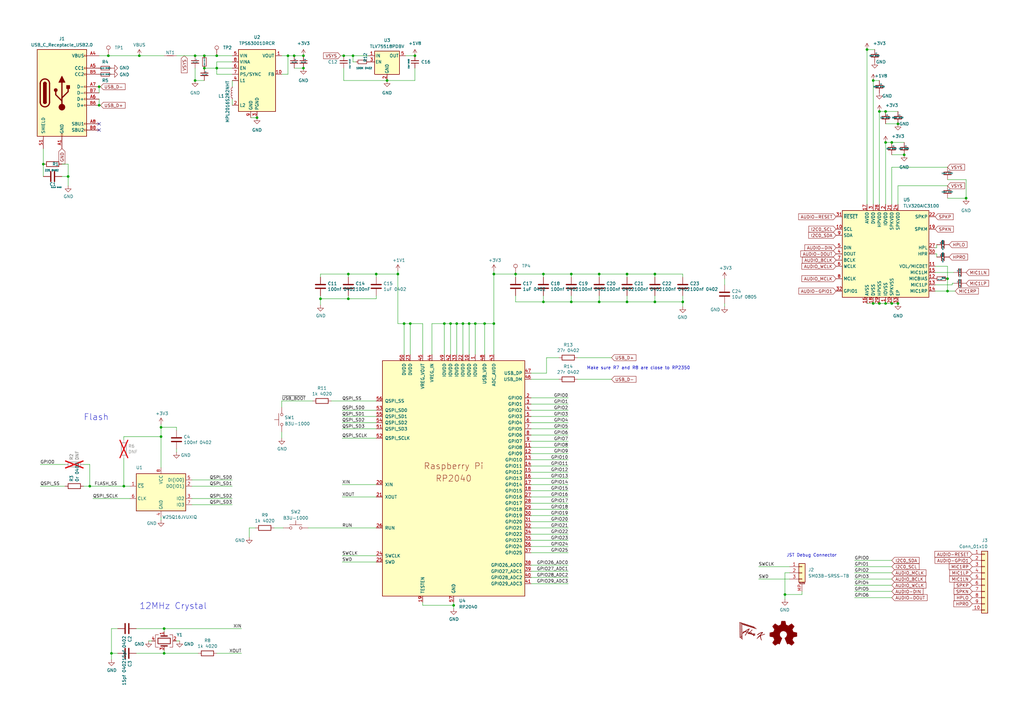
<source format=kicad_sch>
(kicad_sch (version 20231120) (generator "eeschema") (generator_version "8.0")
  (paper "A3")
  (title_block (title "EnvOpenPico") (date "2020-12-18") (company "Envious.Design"))
  (junction (at 358.14 33.02))
  (junction (at 257.175 123.825))
  (junction (at 187.325 132.715))
  (junction (at 245.745 112.395))
  (junction (at 234.315 123.825))
  (junction (at 124.46 27.94))
  (junction (at 170.18 22.86))
  (junction (at 154.305 112.395))
  (junction (at 365.76 124.46))
  (junction (at 370.84 63.5))
  (junction (at 144.78 22.86))
  (junction (at 396.24 81.28))
  (junction (at 44.45 22.86))
  (junction (at 245.745 123.825))
  (junction (at 80.01 33.02))
  (junction (at 184.785 132.715))
  (junction (at 222.885 112.395))
  (junction (at 67.31 267.97))
  (junction (at 27.94 72.39))
  (junction (at 165.735 132.715))
  (junction (at 202.565 112.395))
  (junction (at 363.22 124.46))
  (junction (at 40.64 35.56))
  (junction (at 45.72 267.97))
  (junction (at 368.3 124.46))
  (junction (at 80.01 22.86))
  (junction (at 40.64 43.18))
  (junction (at 124.46 22.86))
  (junction (at 158.75 33.02))
  (junction (at 363.22 58.42))
  (junction (at 365.76 58.42))
  (junction (at 88.9 22.86))
  (junction (at 189.865 132.715))
  (junction (at 66.04 179.07))
  (junction (at 131.445 122.555))
  (junction (at 67.31 257.81))
  (junction (at 358.14 124.46))
  (junction (at 57.15 22.86))
  (junction (at 186.055 248.285))
  (junction (at 368.3 50.8))
  (junction (at 280.035 123.825))
  (junction (at 168.275 132.715))
  (junction (at 257.175 112.395))
  (junction (at 163.195 112.395))
  (junction (at 355.6 20.32))
  (junction (at 142.875 122.555))
  (junction (at 120.65 22.86))
  (junction (at 234.315 112.395))
  (junction (at 140.97 22.86))
  (junction (at 192.405 132.715))
  (junction (at 83.82 22.86))
  (junction (at 105.41 48.26))
  (junction (at 83.82 27.94))
  (junction (at 182.245 132.715))
  (junction (at 388.62 114.3))
  (junction (at 88.9 27.94))
  (junction (at 268.605 123.825))
  (junction (at 268.605 112.395))
  (junction (at 222.885 123.825))
  (junction (at 388.62 119.38))
  (junction (at 321.945 243.84))
  (junction (at 17.78 67.31))
  (junction (at 363.22 45.72))
  (junction (at 50.8 199.39))
  (junction (at 198.755 132.715))
  (junction (at 360.68 45.72))
  (junction (at 202.565 132.715))
  (junction (at 142.875 112.395))
  (junction (at 118.11 22.86))
  (junction (at 360.68 124.46))
  (junction (at 194.945 132.715))
  (junction (at 36.83 199.39))
  (junction (at 211.455 112.395))
  (junction (at 66.04 175.26))
  (no_connect (at 40.64 50.8))
  (no_connect (at 40.64 53.34))
  (wire (pts (xy 245.745 113.665) (xy 245.745 112.395)))
  (wire (pts (xy 217.805 155.575) (xy 229.235 155.575)))
  (wire (pts (xy 184.785 145.415) (xy 184.785 132.715)))
  (wire (pts (xy 44.45 22.86) (xy 57.15 22.86)))
  (wire (pts (xy 388.62 109.22) (xy 388.62 114.3)))
  (wire (pts (xy 383.54 109.22) (xy 388.62 109.22)))
  (wire (pts (xy 66.04 179.07) (xy 66.04 191.77)))
  (wire (pts (xy 217.805 165.735) (xy 233.045 165.735)))
  (wire (pts (xy 115.57 177.165) (xy 115.57 179.705)))
  (wire (pts (xy 234.315 112.395) (xy 245.745 112.395)))
  (wire (pts (xy 268.605 123.825) (xy 280.035 123.825)))
  (wire (pts (xy 211.455 112.395) (xy 222.885 112.395)))
  (wire (pts (xy 78.74 199.39) (xy 95.25 199.39)))
  (wire (pts (xy 396.24 73.66) (xy 396.24 81.28)))
  (wire (pts (xy 105.41 48.26) (xy 102.87 48.26)))
  (wire (pts (xy 126.365 216.535) (xy 154.305 216.535)))
  (wire (pts (xy 16.51 190.5) (xy 26.67 190.5)))
  (wire (pts (xy 222.885 113.665) (xy 222.885 112.395)))
  (wire (pts (xy 142.875 122.555) (xy 154.305 122.555)))
  (wire (pts (xy 140.335 170.815) (xy 154.305 170.815)))
  (wire (pts (xy 198.755 145.415) (xy 198.755 132.715)))
  (wire (pts (xy 224.155 146.685) (xy 229.235 146.685)))
  (wire (pts (xy 350.52 240.03) (xy 365.76 240.03)))
  (wire (pts (xy 217.805 206.375) (xy 233.045 206.375)))
  (wire (pts (xy 217.805 168.275) (xy 233.045 168.275)))
  (wire (pts (xy 88.9 267.97) (xy 99.06 267.97)))
  (wire (pts (xy 115.57 30.48) (xy 118.11 30.48)))
  (wire (pts (xy 140.335 168.275) (xy 154.305 168.275)))
  (wire (pts (xy 217.805 196.215) (xy 233.045 196.215)))
  (wire (pts (xy 165.735 145.415) (xy 165.735 132.715)))
  (wire (pts (xy 257.175 121.285) (xy 257.175 123.825)))
  (wire (pts (xy 365.76 58.42) (xy 370.84 58.42)))
  (wire (pts (xy 388.62 73.66) (xy 396.24 73.66)))
  (wire (pts (xy 72.39 22.86) (xy 80.01 22.86)))
  (wire (pts (xy 144.78 22.86) (xy 151.13 22.86)))
  (wire (pts (xy 131.445 112.395) (xy 142.875 112.395)))
  (wire (pts (xy 168.275 132.715) (xy 168.275 145.415)))
  (wire (pts (xy 257.175 112.395) (xy 268.605 112.395)))
  (wire (pts (xy 217.805 193.675) (xy 233.045 193.675)))
  (wire (pts (xy 140.97 27.94) (xy 140.97 33.02)))
  (wire (pts (xy 198.755 132.715) (xy 202.565 132.715)))
  (wire (pts (xy 368.3 76.2) (xy 368.3 83.82)))
  (wire (pts (xy 360.68 45.72) (xy 363.22 45.72)))
  (wire (pts (xy 66.04 173.99) (xy 66.04 175.26)))
  (wire (pts (xy 311.15 237.49) (xy 323.85 237.49)))
  (wire (pts (xy 194.945 132.715) (xy 194.945 145.415)))
  (wire (pts (xy 50.8 180.34) (xy 50.8 179.07)))
  (wire (pts (xy 217.805 188.595) (xy 233.045 188.595)))
  (wire (pts (xy 358.14 33.02) (xy 360.68 33.02)))
  (wire (pts (xy 72.39 262.89) (xy 73.66 262.89)))
  (wire (pts (xy 83.82 27.94) (xy 88.9 27.94)))
  (wire (pts (xy 217.805 198.755) (xy 233.045 198.755)))
  (wire (pts (xy 217.805 153.035) (xy 224.155 153.035)))
  (wire (pts (xy 140.97 22.86) (xy 144.78 22.86)))
  (wire (pts (xy 350.52 229.87) (xy 365.76 229.87)))
  (wire (pts (xy 384.175 100.33) (xy 384.175 101.6)))
  (wire (pts (xy 67.31 257.81) (xy 99.06 257.81)))
  (wire (pts (xy 140.335 198.755) (xy 154.305 198.755)))
  (wire (pts (xy 112.395 216.535) (xy 116.205 216.535)))
  (wire (pts (xy 388.62 81.28) (xy 396.24 81.28)))
  (wire (pts (xy 234.315 121.285) (xy 234.315 123.825)))
  (wire (pts (xy 182.245 132.715) (xy 184.785 132.715)))
  (wire (pts (xy 280.035 123.825) (xy 280.035 125.73)))
  (wire (pts (xy 67.31 259.08) (xy 67.31 257.81)))
  (wire (pts (xy 202.565 111.125) (xy 202.565 112.395)))
  (wire (pts (xy 72.39 175.26) (xy 66.04 175.26)))
  (wire (pts (xy 323.85 234.95) (xy 321.945 234.95)))
  (wire (pts (xy 102.235 216.535) (xy 102.235 220.345)))
  (wire (pts (xy 140.335 175.895) (xy 154.305 175.895)))
  (wire (pts (xy 217.805 226.695) (xy 233.045 226.695)))
  (wire (pts (xy 245.745 121.285) (xy 245.745 123.825)))
  (wire (pts (xy 245.745 112.395) (xy 257.175 112.395)))
  (wire (pts (xy 358.14 124.46) (xy 360.68 124.46)))
  (wire (pts (xy 163.195 112.395) (xy 163.195 132.715)))
  (wire (pts (xy 186.055 248.285) (xy 186.055 249.555)))
  (wire (pts (xy 57.15 22.86) (xy 67.31 22.86)))
  (wire (pts (xy 165.735 132.715) (xy 168.275 132.715)))
  (wire (pts (xy 88.9 27.94) (xy 88.9 25.4)))
  (wire (pts (xy 328.93 242.57) (xy 328.93 243.84)))
  (wire (pts (xy 217.805 219.075) (xy 233.045 219.075)))
  (wire (pts (xy 211.455 113.665) (xy 211.455 112.395)))
  (wire (pts (xy 140.97 33.02) (xy 158.75 33.02)))
  (wire (pts (xy 120.65 27.94) (xy 124.46 27.94)))
  (wire (pts (xy 360.68 124.46) (xy 363.22 124.46)))
  (wire (pts (xy 27.94 67.31) (xy 27.94 72.39)))
  (wire (pts (xy 154.305 112.395) (xy 163.195 112.395)))
  (wire (pts (xy 128.27 164.465) (xy 115.57 164.465)))
  (wire (pts (xy 166.37 22.86) (xy 170.18 22.86)))
  (wire (pts (xy 40.64 40.64) (xy 40.64 43.18)))
  (wire (pts (xy 194.945 132.715) (xy 198.755 132.715)))
  (wire (pts (xy 355.6 124.46) (xy 358.14 124.46)))
  (wire (pts (xy 34.29 190.5) (xy 36.83 190.5)))
  (wire (pts (xy 45.72 257.81) (xy 45.72 267.97)))
  (wire (pts (xy 280.035 113.665) (xy 280.035 112.395)))
  (wire (pts (xy 118.11 30.48) (xy 118.11 22.86)))
  (wire (pts (xy 217.805 163.195) (xy 233.045 163.195)))
  (wire (pts (xy 217.805 208.915) (xy 233.045 208.915)))
  (wire (pts (xy 222.885 121.285) (xy 222.885 123.825)))
  (wire (pts (xy 217.805 178.435) (xy 233.045 178.435)))
  (wire (pts (xy 36.83 190.5) (xy 36.83 199.39)))
  (wire (pts (xy 358.14 33.02) (xy 358.14 83.82)))
  (wire (pts (xy 80.01 22.86) (xy 83.82 22.86)))
  (wire (pts (xy 217.805 203.835) (xy 233.045 203.835)))
  (wire (pts (xy 384.175 105.41) (xy 384.175 104.14)))
  (wire (pts (xy 142.875 112.395) (xy 154.305 112.395)))
  (wire (pts (xy 360.68 45.72) (xy 360.68 83.82)))
  (wire (pts (xy 217.805 186.055) (xy 233.045 186.055)))
  (wire (pts (xy 192.405 132.715) (xy 194.945 132.715)))
  (wire (pts (xy 217.805 216.535) (xy 233.045 216.535)))
  (wire (pts (xy 170.18 33.02) (xy 158.75 33.02)))
  (wire (pts (xy 391.795 119.38) (xy 388.62 119.38)))
  (wire (pts (xy 66.04 212.09) (xy 66.04 213.36)))
  (wire (pts (xy 154.305 227.965) (xy 140.335 227.965)))
  (wire (pts (xy 390.525 116.84) (xy 383.54 116.84)))
  (wire (pts (xy 350.52 234.95) (xy 365.76 234.95)))
  (wire (pts (xy 173.355 247.015) (xy 173.355 248.285)))
  (wire (pts (xy 236.855 155.575) (xy 250.825 155.575)))
  (wire (pts (xy 186.055 247.015) (xy 186.055 248.285)))
  (wire (pts (xy 66.04 175.26) (xy 66.04 179.07)))
  (wire (pts (xy 187.325 132.715) (xy 189.865 132.715)))
  (wire (pts (xy 72.39 176.53) (xy 72.39 175.26)))
  (wire (pts (xy 268.605 123.825) (xy 257.175 123.825)))
  (wire (pts (xy 363.22 58.42) (xy 363.22 83.82)))
  (wire (pts (xy 234.315 113.665) (xy 234.315 112.395)))
  (wire (pts (xy 154.305 164.465) (xy 135.89 164.465)))
  (wire (pts (xy 268.605 112.395) (xy 280.035 112.395)))
  (wire (pts (xy 88.9 25.4) (xy 95.25 25.4)))
  (wire (pts (xy 154.305 122.555) (xy 154.305 121.285)))
  (wire (pts (xy 80.01 33.02) (xy 80.01 27.94)))
  (wire (pts (xy 55.88 257.81) (xy 67.31 257.81)))
  (wire (pts (xy 60.96 262.89) (xy 62.23 262.89)))
  (wire (pts (xy 131.445 122.555) (xy 131.445 125.095)))
  (wire (pts (xy 321.945 243.84) (xy 321.945 245.745)))
  (wire (pts (xy 48.26 257.81) (xy 45.72 257.81)))
  (wire (pts (xy 48.26 267.97) (xy 45.72 267.97)))
  (wire (pts (xy 217.805 239.395) (xy 233.045 239.395)))
  (wire (pts (xy 257.175 113.665) (xy 257.175 112.395)))
  (wire (pts (xy 154.305 113.665) (xy 154.305 112.395)))
  (wire (pts (xy 350.52 242.57) (xy 365.76 242.57)))
  (wire (pts (xy 187.325 145.415) (xy 187.325 132.715)))
  (wire (pts (xy 173.355 132.715) (xy 168.275 132.715)))
  (wire (pts (xy 40.64 22.86) (xy 44.45 22.86)))
  (wire (pts (xy 355.6 20.32) (xy 355.6 83.82)))
  (wire (pts (xy 365.76 68.58) (xy 388.62 68.58)))
  (wire (pts (xy 16.51 199.39) (xy 26.67 199.39)))
  (wire (pts (xy 217.805 180.975) (xy 233.045 180.975)))
  (wire (pts (xy 131.445 121.285) (xy 131.445 122.555)))
  (wire (pts (xy 222.885 112.395) (xy 234.315 112.395)))
  (wire (pts (xy 88.9 22.86) (xy 95.25 22.86)))
  (wire (pts (xy 365.76 63.5) (xy 370.84 63.5)))
  (wire (pts (xy 154.305 230.505) (xy 140.335 230.505)))
  (wire (pts (xy 120.65 22.86) (xy 124.46 22.86)))
  (wire (pts (xy 17.78 67.31) (xy 17.78 72.39)))
  (wire (pts (xy 217.805 175.895) (xy 233.045 175.895)))
  (wire (pts (xy 88.9 27.94) (xy 88.9 30.48)))
  (wire (pts (xy 355.6 20.32) (xy 358.775 20.32)))
  (wire (pts (xy 217.805 234.315) (xy 233.045 234.315)))
  (wire (pts (xy 268.605 113.665) (xy 268.605 112.395)))
  (wire (pts (xy 383.54 111.76) (xy 391.16 111.76)))
  (wire (pts (xy 177.165 145.415) (xy 177.165 132.715)))
  (wire (pts (xy 202.565 132.715) (xy 202.565 145.415)))
  (wire (pts (xy 245.745 123.825) (xy 234.315 123.825)))
  (wire (pts (xy 363.22 45.72) (xy 368.3 45.72)))
  (wire (pts (xy 131.445 113.665) (xy 131.445 112.395)))
  (wire (pts (xy 224.155 146.685) (xy 224.155 153.035)))
  (wire (pts (xy 217.805 170.815) (xy 233.045 170.815)))
  (wire (pts (xy 118.11 22.86) (xy 115.57 22.86)))
  (wire (pts (xy 363.22 58.42) (xy 365.76 58.42)))
  (wire (pts (xy 222.885 123.825) (xy 211.455 123.825)))
  (wire (pts (xy 365.76 68.58) (xy 365.76 83.82)))
  (wire (pts (xy 234.315 123.825) (xy 222.885 123.825)))
  (wire (pts (xy 368.3 76.2) (xy 388.62 76.2)))
  (wire (pts (xy 384.175 101.6) (xy 383.54 101.6)))
  (wire (pts (xy 78.74 204.47) (xy 95.25 204.47)))
  (wire (pts (xy 390.525 116.205) (xy 391.16 116.205)))
  (wire (pts (xy 78.74 196.85) (xy 95.25 196.85)))
  (wire (pts (xy 363.22 50.8) (xy 368.3 50.8)))
  (wire (pts (xy 163.195 111.125) (xy 163.195 112.395)))
  (wire (pts (xy 55.88 267.97) (xy 67.31 267.97)))
  (wire (pts (xy 268.605 121.285) (xy 268.605 123.825)))
  (wire (pts (xy 192.405 145.415) (xy 192.405 132.715)))
  (wire (pts (xy 217.805 221.615) (xy 233.045 221.615)))
  (wire (pts (xy 189.865 145.415) (xy 189.865 132.715)))
  (wire (pts (xy 173.355 248.285) (xy 186.055 248.285)))
  (wire (pts (xy 25.4 67.31) (xy 27.94 67.31)))
  (wire (pts (xy 139.7 22.86) (xy 140.97 22.86)))
  (wire (pts (xy 217.805 213.995) (xy 233.045 213.995)))
  (wire (pts (xy 217.805 201.295) (xy 233.045 201.295)))
  (wire (pts (xy 88.9 27.94) (xy 95.25 27.94)))
  (wire (pts (xy 211.455 121.285) (xy 211.455 123.825)))
  (wire (pts (xy 388.62 114.3) (xy 388.62 119.38)))
  (wire (pts (xy 365.76 124.46) (xy 363.22 124.46)))
  (wire (pts (xy 72.39 184.15) (xy 72.39 185.42)))
  (wire (pts (xy 177.165 132.715) (xy 182.245 132.715)))
  (wire (pts (xy 311.15 232.41) (xy 323.85 232.41)))
  (wire (pts (xy 50.8 199.39) (xy 53.34 199.39)))
  (wire (pts (xy 40.64 43.18) (xy 41.275 43.18)))
  (wire (pts (xy 182.245 145.415) (xy 182.245 132.715)))
  (wire (pts (xy 280.035 121.285) (xy 280.035 123.825)))
  (wire (pts (xy 67.31 266.7) (xy 67.31 267.97)))
  (wire (pts (xy 217.805 173.355) (xy 233.045 173.355)))
  (wire (pts (xy 67.31 267.97) (xy 81.28 267.97)))
  (wire (pts (xy 350.52 245.11) (xy 365.76 245.11)))
  (wire (pts (xy 165.735 132.715) (xy 163.195 132.715)))
  (wire (pts (xy 80.01 33.02) (xy 83.82 33.02)))
  (wire (pts (xy 118.11 22.86) (xy 120.65 22.86)))
  (wire (pts (xy 368.3 124.46) (xy 365.76 124.46)))
  (wire (pts (xy 146.05 25.4) (xy 144.78 25.4)))
  (wire (pts (xy 17.78 67.31) (xy 17.78 60.96)))
  (wire (pts (xy 45.72 267.97) (xy 45.72 270.51)))
  (wire (pts (xy 297.18 124.46) (xy 297.18 125.73)))
  (wire (pts (xy 350.52 232.41) (xy 365.76 232.41)))
  (wire (pts (xy 217.805 183.515) (xy 233.045 183.515)))
  (wire (pts (xy 170.18 27.94) (xy 170.18 33.02)))
  (wire (pts (xy 390.525 116.205) (xy 390.525 116.84)))
  (wire (pts (xy 50.8 187.96) (xy 50.8 199.39)))
  (wire (pts (xy 217.805 191.135) (xy 233.045 191.135)))
  (wire (pts (xy 257.175 123.825) (xy 245.745 123.825)))
  (wire (pts (xy 115.57 164.465) (xy 115.57 167.005)))
  (wire (pts (xy 50.8 179.07) (xy 66.04 179.07)))
  (wire (pts (xy 321.945 243.84) (xy 328.93 243.84)))
  (wire (pts (xy 34.29 199.39) (xy 36.83 199.39)))
  (wire (pts (xy 217.805 211.455) (xy 233.045 211.455)))
  (wire (pts (xy 154.305 203.835) (xy 140.335 203.835)))
  (wire (pts (xy 95.25 40.64) (xy 95.25 43.18)))
  (wire (pts (xy 217.805 236.855) (xy 233.045 236.855)))
  (wire (pts (xy 189.865 132.715) (xy 192.405 132.715)))
  (wire (pts (xy 144.78 25.4) (xy 144.78 22.86)))
  (wire (pts (xy 297.18 114.3) (xy 297.18 116.84)))
  (wire (pts (xy 202.565 112.395) (xy 202.565 132.715)))
  (wire (pts (xy 388.62 119.38) (xy 383.54 119.38)))
  (wire (pts (xy 40.64 35.56) (xy 41.275 35.56)))
  (wire (pts (xy 321.945 234.95) (xy 321.945 243.84)))
  (wire (pts (xy 217.805 224.155) (xy 233.045 224.155)))
  (wire (pts (xy 184.785 132.715) (xy 187.325 132.715)))
  (wire (pts (xy 104.775 216.535) (xy 102.235 216.535)))
  (wire (pts (xy 154.305 179.705) (xy 140.335 179.705)))
  (wire (pts (xy 202.565 112.395) (xy 211.455 112.395)))
  (wire (pts (xy 95.25 33.02) (xy 95.25 35.56)))
  (wire (pts (xy 173.355 145.415) (xy 173.355 132.715)))
  (wire (pts (xy 38.1 204.47) (xy 53.34 204.47)))
  (wire (pts (xy 142.875 113.665) (xy 142.875 112.395)))
  (wire (pts (xy 78.74 207.01) (xy 95.25 207.01)))
  (wire (pts (xy 140.335 173.355) (xy 154.305 173.355)))
  (wire (pts (xy 27.94 72.39) (xy 27.94 76.2)))
  (wire (pts (xy 236.855 146.685) (xy 250.825 146.685)))
  (wire (pts (xy 142.875 121.285) (xy 142.875 122.555)))
  (wire (pts (xy 40.64 35.56) (xy 40.64 38.1)))
  (wire (pts (xy 95.25 30.48) (xy 88.9 30.48)))
  (wire (pts (xy 217.805 231.775) (xy 233.045 231.775)))
  (wire (pts (xy 83.82 22.86) (xy 88.9 22.86)))
  (wire (pts (xy 131.445 122.555) (xy 142.875 122.555)))
  (wire (pts (xy 350.52 237.49) (xy 365.76 237.49)))
  (wire (pts (xy 384.175 104.14) (xy 383.54 104.14)))
  (wire (pts (xy 36.83 199.39) (xy 50.8 199.39)))
  (wire (pts (xy 25.4 72.39) (xy 27.94 72.39)))
  (text_box "Could use TLV320AIC3100  instead of PCM3060 if needed, it is much lower power and much newer than the pcm3060.\n" (at 459.74 191.135 0) (size 30.48 16.51) (effects (font (size 1.27 1.27)) (justify left top)))
  (text_box "For the audio IC it says it needs power startup sqequence in the datasheet but im not sure how important this is." (at 459.74 210.82 0) (size 30.48 32.385) (effects (font (size 1.27 1.27)) (justify left top)))
  (text_box "unsure if its worth implementing ANC in the first version of this device but we'll see." (at 459.74 170.18 0) (size 30.48 12.7) (effects (font (size 1.27 1.27)) (justify left top)))
  (text "AS3435 " (at 459.74 170.18 0) (effects (font (size 5 5)) (justify left bottom)))
  (text "Make sure R7 and R8 are close to RP2350\n" (at 240.665 151.765 0) (effects (font (size 1.27 1.27)) (justify left bottom)))
  (text "JST Debug Connector" (at 322.58 228.6 0) (effects (font (size 1.27 1.27)) (justify left bottom)))
  (text "TLV320AIC3100 " (at 459.74 190.5 0) (effects (font (size 5 5)) (justify left bottom)))
  (text "12MHz Crystal" (at 57.15 250.19 0) (effects (font (size 2.54 2.54)) (justify left bottom)))
  (text "Flash" (at 34.29 172.72 0) (effects (font (size 2.54 2.54)) (justify left bottom)))
  (label "~{USB_BOOT}" (at 115.57 164.465 0))
  (label "GPIO22" (at 233.045 219.075 180))
  (label "GPIO28_ADC2" (at 233.045 236.855 180))
  (label "QSPI_SD2" (at 140.335 173.355 0))
  (label "GPIO7" (at 233.045 180.975 180))
  (label "FLASH_SS" (at 38.735 199.39 0))
  (label "GPIO29_ADC3" (at 233.045 239.395 180))
  (label "RUN" (at 140.335 216.535 0))
  (label "GPIO5" (at 233.045 175.895 180))
  (label "GPIO0" (at 350.52 229.87 0))
  (label "QSPI_SS" (at 16.51 199.39 0))
  (label "XIN" (at 140.335 198.755 0))
  (label "GPIO0" (at 16.51 190.5 0))
  (label "GPIO6" (at 350.52 245.11 0))
  (label "GPIO3" (at 233.045 170.815 180))
  (label "GPIO17" (at 233.045 206.375 180))
  (label "GPIO18" (at 233.045 208.915 180))
  (label "GPIO10" (at 233.045 188.595 180))
  (label "GPIO25" (at 233.045 226.695 180))
  (label "GPIO2" (at 233.045 168.275 180))
  (label "QSPI_SD1" (at 95.25 199.39 180))
  (label "QSPI_SD0" (at 95.25 196.85 180))
  (label "XOUT" (at 99.06 267.97 180))
  (label "QSPI_SD1" (at 140.335 170.815 0))
  (label "GPIO24" (at 233.045 224.155 180))
  (label "SWD" (at 140.335 230.505 0))
  (label "GPIO26_ADC0" (at 233.045 231.775 180))
  (label "GPIO1" (at 350.52 232.41 0))
  (label "GPIO21" (at 233.045 216.535 180))
  (label "GPIO9" (at 233.045 186.055 180))
  (label "GPIO2" (at 350.52 234.95 0))
  (label "QSPI_SD3" (at 95.25 207.01 180))
  (label "QSPI_SCLK" (at 140.335 179.705 0))
  (label "SWD" (at 311.15 237.49 0))
  (label "GPIO1" (at 233.045 165.735 180))
  (label "GPIO16" (at 233.045 203.835 180))
  (label "XOUT" (at 140.335 203.835 0))
  (label "GPIO0" (at 233.045 163.195 180))
  (label "SWCLK" (at 140.335 227.965 0))
  (label "GPIO4" (at 233.045 173.355 180))
  (label "GPIO27_ADC1" (at 233.045 234.315 180))
  (label "GPIO19" (at 233.045 211.455 180))
  (label "GPIO6" (at 233.045 178.435 180))
  (label "XIN" (at 99.06 257.81 180))
  (label "GPIO11" (at 233.045 191.135 180))
  (label "SWCLK" (at 311.15 232.41 0))
  (label "GPIO8" (at 233.045 183.515 180))
  (label "GPIO3" (at 350.52 237.49 0))
  (label "GPIO23" (at 233.045 221.615 180))
  (label "QSPI_SD0" (at 140.335 168.275 0))
  (label "QSPI_SCLK" (at 38.1 204.47 0))
  (label "GPIO15" (at 233.045 201.295 180))
  (label "QSPI_SD2" (at 95.25 204.47 180))
  (label "QSPI_SS" (at 140.335 164.465 0))
  (label "GPIO4" (at 350.52 240.03 0))
  (label "GPIO14" (at 233.045 198.755 180))
  (label "GPIO5" (at 350.52 242.57 0))
  (label "GPIO12" (at 233.045 193.675 180))
  (label "GPIO13" (at 233.045 196.215 180))
  (label "QSPI_SD3" (at 140.335 175.895 0))
  (label "GPIO20" (at 233.045 213.995 180))
  (global_label "AUDIO-RESET" (shape input) (at 398.78 227.33 180) (property "Intersheetrefs" "${INTERSHEET_REFS}" (effects (hide yes))))
  (global_label "USB_D-" (shape input) (at 41.275 35.56 0) (property "Intersheetrefs" "${INTERSHEET_REFS}" (effects (hide yes))))
  (global_label "SPKP" (shape input) (at 383.54 88.9 0) (property "Intersheetrefs" "${INTERSHEET_REFS}" (effects (hide yes))))
  (global_label "SPKN" (shape input) (at 383.54 93.98 0) (property "Intersheetrefs" "${INTERSHEET_REFS}" (effects (hide yes))))
  (global_label "VSYS" (shape input) (at 139.7 22.86 180) (property "Intersheetrefs" "${INTERSHEET_REFS}" (effects (hide yes))))
  (global_label "HPRO" (shape input) (at 389.255 105.41 0) (property "Intersheetrefs" "${INTERSHEET_REFS}" (effects (hide yes))))
  (global_label "AUDIO-GPIO1" (shape input) (at 342.9 119.38 180) (property "Intersheetrefs" "${INTERSHEET_REFS}" (effects (hide yes))))
  (global_label "AUDIO-DOUT" (shape input) (at 365.76 245.11 0) (property "Intersheetrefs" "${INTERSHEET_REFS}" (effects (hide yes))))
  (global_label "AUDIO_BCLK" (shape input) (at 365.76 237.49 0) (property "Intersheetrefs" "${INTERSHEET_REFS}" (effects (hide yes))))
  (global_label "AUDIO_MCLK" (shape input) (at 342.9 114.3 180) (property "Intersheetrefs" "${INTERSHEET_REFS}" (effects (hide yes))))
  (global_label "MIC1LP" (shape input) (at 396.24 116.205 0) (property "Intersheetrefs" "${INTERSHEET_REFS}" (effects (hide yes))))
  (global_label "MIC1RP" (shape input) (at 391.795 119.38 0) (property "Intersheetrefs" "${INTERSHEET_REFS}" (effects (hide yes))))
  (global_label "I2C0_SCL" (shape input) (at 365.76 232.41 0) (property "Intersheetrefs" "${INTERSHEET_REFS}" (effects (hide yes))))
  (global_label "AUDIO-RESET" (shape input) (at 342.9 88.9 180) (property "Intersheetrefs" "${INTERSHEET_REFS}" (effects (hide yes))))
  (global_label "I2C0_SCL" (shape input) (at 342.9 93.98 180) (property "Intersheetrefs" "${INTERSHEET_REFS}" (effects (hide yes))))
  (global_label "AUDIO_WCLK" (shape input) (at 365.76 240.03 0) (property "Intersheetrefs" "${INTERSHEET_REFS}" (effects (hide yes))))
  (global_label "MIC1LN" (shape input) (at 398.78 237.49 180) (property "Intersheetrefs" "${INTERSHEET_REFS}" (effects (hide yes))))
  (global_label "USB_D-" (shape input) (at 250.825 155.575 0) (property "Intersheetrefs" "${INTERSHEET_REFS}" (effects (hide yes))))
  (global_label "GND" (shape input) (at 25.4 60.96 270) (property "Intersheetrefs" "${INTERSHEET_REFS}" (effects (hide yes))))
  (global_label "MIC1RP" (shape input) (at 398.78 232.41 180) (property "Intersheetrefs" "${INTERSHEET_REFS}" (effects (hide yes))))
  (global_label "MIC1LP" (shape input) (at 398.78 234.95 180) (property "Intersheetrefs" "${INTERSHEET_REFS}" (effects (hide yes))))
  (global_label "I2C0_SDA" (shape input) (at 342.9 96.52 180) (property "Intersheetrefs" "${INTERSHEET_REFS}" (effects (hide yes))))
  (global_label "I2C0_SDA" (shape input) (at 365.76 229.87 0) (property "Intersheetrefs" "${INTERSHEET_REFS}" (effects (hide yes))))
  (global_label "HPLO" (shape input) (at 389.255 100.33 0) (property "Intersheetrefs" "${INTERSHEET_REFS}" (effects (hide yes))))
  (global_label "SPKN" (shape input) (at 398.78 242.57 180) (property "Intersheetrefs" "${INTERSHEET_REFS}" (effects (hide yes))))
  (global_label "AUDIO-DIN" (shape input) (at 365.76 242.57 0) (property "Intersheetrefs" "${INTERSHEET_REFS}" (effects (hide yes))))
  (global_label "USB_D+" (shape input) (at 41.275 43.18 0) (property "Intersheetrefs" "${INTERSHEET_REFS}" (effects (hide yes))))
  (global_label "MIC1LN" (shape input) (at 396.24 111.76 0) (property "Intersheetrefs" "${INTERSHEET_REFS}" (effects (hide yes))))
  (global_label "USB_D+" (shape input) (at 250.825 146.685 0) (property "Intersheetrefs" "${INTERSHEET_REFS}" (effects (hide yes))))
  (global_label "HPLO" (shape input) (at 398.78 245.11 180) (property "Intersheetrefs" "${INTERSHEET_REFS}" (effects (hide yes))))
  (global_label "AUDIO_BCLK" (shape input) (at 342.9 106.68 180) (property "Intersheetrefs" "${INTERSHEET_REFS}" (effects (hide yes))))
  (global_label "AUDIO_MCLK" (shape input) (at 365.76 234.95 0) (property "Intersheetrefs" "${INTERSHEET_REFS}" (effects (hide yes))))
  (global_label "AUDIO_WCLK" (shape input) (at 342.9 109.22 180) (property "Intersheetrefs" "${INTERSHEET_REFS}" (effects (hide yes))))
  (global_label "VSYS" (shape input) (at 75.565 22.86 270) (property "Intersheetrefs" "${INTERSHEET_REFS}" (effects (hide yes))))
  (global_label "VSYS" (shape input) (at 388.62 68.58 0) (property "Intersheetrefs" "${INTERSHEET_REFS}" (effects (hide yes))))
  (global_label "HPRO" (shape input) (at 398.78 247.65 180) (property "Intersheetrefs" "${INTERSHEET_REFS}" (effects (hide yes))))
  (global_label "AUDIO-DIN" (shape input) (at 342.9 101.6 180) (property "Intersheetrefs" "${INTERSHEET_REFS}" (effects (hide yes))))
  (global_label "AUDIO-GPIO1" (shape input) (at 398.78 229.87 180) (property "Intersheetrefs" "${INTERSHEET_REFS}" (effects (hide yes))))
  (global_label "AUDIO-DOUT" (shape input) (at 342.9 104.14 180) (property "Intersheetrefs" "${INTERSHEET_REFS}" (effects (hide yes))))
  (global_label "VSYS" (shape input) (at 388.62 76.2 0) (property "Intersheetrefs" "${INTERSHEET_REFS}" (effects (hide yes))))
  (global_label "SPKP" (shape input) (at 398.78 240.03 180) (property "Intersheetrefs" "${INTERSHEET_REFS}" (effects (hide yes))))
  (symbol (lib_id "logo:LOGO") (at 308.61 259.08 0) (unit 1)
    (property "Reference" "#G1" (effects (hide yes)))
    (property "Value" "LOGO" (effects (hide yes)))
    (property "Footprint" "EnvExtras:logo" (effects (hide yes)))
  )
  (symbol (lib_id "Graphic:Logo_Open_Hardware_Small") (at 321.31 260.35 0) (unit 1)
    (property "Reference" "#LOGO1" (effects (hide yes)))
    (property "Value" "Logo_Open_Hardware_Small" (effects (hide yes)))
    (property "Footprint" "EnvExtras:logo" (effects (hide yes)))
  )
  (symbol (lib_id "Device:R_Small") (at 43.18 30.48 270) (mirror x) (unit 1)
    (property "Reference" "R5" (at 43.18 33.02 90))
    (property "Value" "5.1K 0402" (at 43.18 30.48 90) (effects (font (size 0.508 0.508))))
    (property "Footprint" "Resistor_SMD:R_0402_1005Metric" (effects (hide yes)))
    (property "LCSC" " " (effects (hide yes)))
  )
  (symbol (lib_id "Device:R_Small") (at 43.18 27.94 270) (unit 1)
    (property "Reference" "R4" (at 43.18 25.4 90))
    (property "Value" "5.1K 0402" (at 43.18 27.94 90) (effects (font (size 0.508 0.508))))
    (property "Footprint" "Resistor_SMD:R_0402_1005Metric" (effects (hide yes)))
    (property "LCSC" " " (effects (hide yes)))
  )
  (symbol (lib_id "power:GND") (at 45.72 27.94 90) (unit 1)
    (property "Reference" "#PWR02" (effects (hide yes)))
    (property "Value" "GND" (at 48.9712 27.813 90) (effects (justify right)))
  )
  (symbol (lib_id "power:GND") (at 45.72 30.48 90) (mirror x) (unit 1)
    (property "Reference" "#PWR03" (effects (hide yes)))
    (property "Value" "GND" (at 48.9712 30.607 90) (effects (justify right)))
  )
  (symbol (lib_id "Device:C_Small") (at 365.76 60.96 0) (unit 1)
    (property "Reference" "C30" (at 366.395 59.944 0) (effects (font (size 0.25 0.25))))
    (property "Value" "10uF 0402" (at 365.633 60.96 0) (effects (font (size 0.5 0.5))))
    (property "Footprint" "Capacitor_SMD:C_0402_1005Metric" (effects (hide yes)))
  )
  (symbol (lib_id "Device:C_Small") (at 83.82 30.48 0) (unit 1)
    (property "Reference" "C6" (at 84.074 29.464 0) (effects (font (size 0.25 0.25)) (justify left)))
    (property "Value" "0.1uF 0402" (at 82.804 30.607 0) (effects (font (size 0.25 0.25)) (justify left)))
    (property "Footprint" "Capacitor_SMD:C_0402_1005Metric" (effects (hide yes)))
  )
  (symbol (lib_id "power:+1V1") (at 163.195 111.125 0) (unit 1)
    (property "Reference" "#PWR023" (effects (hide yes)))
    (property "Value" "+1V1" (at 163.576 106.7308 0))
  )
  (symbol (lib_id "Device:C_Small") (at 386.715 100.33 90) (unit 1)
    (property "Reference" "C35" (at 385.699 99.695 0) (effects (font (size 0.25 0.25))))
    (property "Value" "47uF 0805" (at 386.715 100.457 0) (effects (font (size 0.5 0.5))))
    (property "Footprint" "Capacitor_SMD:C_0805_2012Metric" (effects (hide yes)))
  )
  (symbol (lib_id "Device:C_Small") (at 368.3 48.26 0) (unit 1)
    (property "Reference" "C31" (at 368.935 47.244 0) (effects (font (size 0.25 0.25))))
    (property "Value" "100nF 0402" (at 368.173 48.26 0) (effects (font (size 0.5 0.5))))
    (property "Footprint" "Capacitor_SMD:C_0402_1005Metric" (effects (hide yes)))
  )
  (symbol (lib_id "power:+3V3") (at 297.18 114.3 0) (unit 1)
    (property "Reference" "#PWR028" (effects (hide yes)))
    (property "Value" "+3V3" (at 297.561 109.9058 0))
  )
  (symbol (lib_name "GND_1") (lib_id "power:GND") (at 80.01 33.02 0) (unit 1)
    (property "Reference" "#PWR011" (effects (hide yes)))
    (property "Value" "GND" (at 80.01 38.1 0))
  )
  (symbol (lib_id "Device:C_Small") (at 120.65 25.4 0) (unit 1)
    (property "Reference" "C9" (at 120.904 24.384 0) (effects (font (size 0.25 0.25)) (justify left)))
    (property "Value" "10uF 0402" (at 119.634 25.527 0) (effects (font (size 0.25 0.25)) (justify left)))
    (property "Footprint" "Capacitor_SMD:C_0402_1005Metric" (effects (hide yes)))
  )
  (symbol (lib_name "GND_2") (lib_id "power:GND") (at 396.24 81.28 0) (unit 1)
    (property "Reference" "#PWR040" (effects (hide yes)))
    (property "Value" "GND" (at 396.24 86.36 0))
  )
  (symbol (lib_id "Device:C_Small") (at 358.775 22.86 0) (unit 1)
    (property "Reference" "C27" (at 359.41 21.844 0) (effects (font (size 0.25 0.25))))
    (property "Value" "10uF 0402" (at 358.648 22.86 0) (effects (font (size 0.5 0.5))))
    (property "Footprint" "Capacitor_SMD:C_0402_1005Metric" (effects (hide yes)))
  )
  (symbol (lib_id "Connector_Generic:Conn_01x10") (at 403.86 237.49 0) (unit 1)
    (property "Reference" "J3" (at 405.13 221.615 0) (effects (justify right)))
    (property "Value" "Conn_01x10" (at 405.13 224.155 0) (effects (justify right)))
    (property "Footprint" "Connector_PinHeader_2.54mm:PinHeader_2x05_P2.54mm_Vertical" (effects (hide yes)))
  )
  (symbol (lib_id "Device:R") (at 30.48 190.5 90) (unit 1) (on_board no) (dnp yes)
    (property "Reference" "R2" (at 29.3116 188.722 0) (effects (justify left)))
    (property "Value" "DNF" (at 31.623 188.722 0) (effects (justify left)))
    (property "Footprint" "Resistor_SMD:R_0402_1005Metric" (effects (hide yes)))
  )
  (symbol (lib_id "power:GND") (at 60.96 262.89 0) (unit 1)
    (property "Reference" "#PWR06" (effects (hide yes)))
    (property "Value" "GND" (at 57.15 264.16 0))
  )
  (symbol (lib_id "Connector:TestPoint") (at 382.27 -283.845 0) (unit 1)
    (property "Reference" "TP3" (at 384.81 -287.1471 0) (effects (justify left)))
    (property "Value" "TestPoint" (effects (hide yes)))
    (property "Footprint" "TestPoint:TestPoint_Pad_D1.0mm" (effects (hide yes)))
    (property "Description" "test point" (effects (hide yes)))
  )
  (symbol (lib_id "Device:R") (at 233.045 146.685 270) (unit 1)
    (property "Reference" "R13" (at 233.045 141.4272 90))
    (property "Value" "27r 0402" (at 233.045 143.7386 90))
    (property "Footprint" "Resistor_SMD:R_0402_1005Metric" (effects (hide yes)))
  )
  (symbol (lib_id "Device:R") (at 132.08 164.465 270) (unit 1)
    (property "Reference" "R11" (at 132.08 159.2072 90))
    (property "Value" "1k 4020" (at 132.08 161.5186 90))
    (property "Footprint" "Resistor_SMD:R_0402_1005Metric" (effects (hide yes)))
  )
  (symbol (lib_id "power:GND") (at 27.94 76.2 0) (unit 1)
    (property "Reference" "#PWR01" (effects (hide yes)))
    (property "Value" "GND" (at 28.067 80.5942 0))
  )
  (symbol (lib_id "Device:R_Small") (at 83.82 25.4 0) (unit 1)
    (property "Reference" "R7" (at 83.82 24.003 0) (effects (font (size 0.25 0.25))))
    (property "Value" "100ohm 0402" (at 83.82 25.654 90) (effects (font (size 0.25 0.25))))
    (property "Footprint" "Resistor_SMD:R_0402_1005Metric" (effects (hide yes)))
  )
  (symbol (lib_id "power:GND") (at 45.72 270.51 0) (unit 1)
    (property "Reference" "#PWR04" (effects (hide yes)))
    (property "Value" "GND" (at 45.847 274.9042 0))
  )
  (symbol (lib_id "Device:C_Small") (at 386.715 105.41 90) (unit 1)
    (property "Reference" "C36" (at 385.699 104.775 0) (effects (font (size 0.25 0.25))))
    (property "Value" "47uF 0805" (at 386.715 105.537 0) (effects (font (size 0.5 0.5))))
    (property "Footprint" "Capacitor_SMD:C_0805_2012Metric" (effects (hide yes)))
  )
  (symbol (lib_id "power:+1V8") (at 358.14 33.02 0) (unit 1)
    (property "Reference" "#PWR032" (effects (hide yes)))
    (property "Value" "+1V8" (at 361.315 31.115 0))
  )
  (symbol (lib_id "Device:C_Small") (at 170.18 25.4 0) (mirror x) (unit 1)
    (property "Reference" "C16" (at 172.72 25.4 0) (effects (justify left)))
    (property "Value" "10uf 0402" (at 167.64 24.13 90) (effects (font (size 0.508 0.508)) (justify left)))
    (property "Footprint" "Capacitor_SMD:C_0402_1005Metric" (effects (hide yes)))
    (property "LCSC" " " (effects (hide yes)))
  )
  (symbol (lib_id "power:+3V3") (at 363.22 58.42 0) (unit 1)
    (property "Reference" "#PWR035" (effects (hide yes)))
    (property "Value" "+3V3" (at 368.3 55.88 0))
  )
  (symbol (lib_id "MCU_RaspberryPi_RP2040:RP2040") (at 186.055 196.215 0) (unit 1)
    (property "Reference" "U4" (at 188.2491 246.38 0) (effects (justify left)))
    (property "Value" "RP2040" (at 188.2491 248.92 0) (effects (justify left)))
    (property "Footprint" "RP2040_minimal:RP2040-QFN-56" (effects (hide yes)))
  )
  (symbol (lib_name "GND_1") (lib_id "power:GND") (at 158.75 33.02 0) (unit 1)
    (property "Reference" "#PWR022" (effects (hide yes)))
    (property "Value" "GND" (at 158.75 38.1 0))
  )
  (symbol (lib_name "GND_2") (lib_id "power:GND") (at 370.84 63.5 0) (unit 1)
    (property "Reference" "#PWR039" (effects (hide yes)))
    (property "Value" "GND" (at 370.84 68.58 0))
  )
  (symbol (lib_id "Device:C") (at 297.18 120.65 0) (unit 1)
    (property "Reference" "C24" (at 300.101 119.4816 0) (effects (justify left)))
    (property "Value" "10uf 0805" (at 300.101 121.793 0) (effects (justify left)))
    (property "Footprint" "Capacitor_SMD:C_0805_2012Metric" (effects (hide yes)))
  )
  (symbol (lib_id "Switch:SW_Push") (at 115.57 172.085 90) (unit 1)
    (property "Reference" "SW1" (at 116.713 171.2503 90) (effects (justify right)))
    (property "Value" "B3U-1000" (at 116.713 173.7872 90) (effects (justify right)))
    (property "Footprint" "Button_Switch_SMD:SW_SPST_B3U-1000P-B" (effects (hide yes)))
  )
  (symbol (lib_name "GND_2") (lib_id "power:GND") (at 124.46 27.94 0) (unit 1)
    (property "Reference" "#PWR019" (effects (hide yes)))
    (property "Value" "GND" (at 124.46 33.02 0))
  )
  (symbol (lib_id "Device:Crystal_GND24") (at 67.31 262.89 270) (unit 1)
    (property "Reference" "Y1" (at 72.39 260.35 90) (effects (justify left)))
    (property "Value" "12Mhz 2520 18pF" (effects (hide yes)))
    (property "Footprint" "Crystal:Crystal_SMD_2520-4Pin_2.5x2.0mm" (effects (hide yes)))
  )
  (symbol (lib_id "Device:C") (at 234.315 117.475 0) (unit 1)
    (property "Reference" "C19" (at 237.236 116.3066 0) (effects (justify left)))
    (property "Value" "100nf 0402" (at 237.236 118.618 0) (effects (justify left)))
    (property "Footprint" "Capacitor_SMD:C_0402_1005Metric" (effects (hide yes)))
  )
  (symbol (lib_id "Device:C") (at 52.07 267.97 270) (unit 1)
    (property "Reference" "C3" (at 53.2384 270.891 0) (effects (justify left)))
    (property "Value" "15pf 0402" (at 50.927 270.891 0) (effects (justify left)))
    (property "Footprint" "Capacitor_SMD:C_0402_1005Metric" (effects (hide yes)))
  )
  (symbol (lib_id "Device:C_Small") (at 363.22 48.26 0) (unit 1)
    (property "Reference" "C28" (at 363.855 47.244 0) (effects (font (size 0.25 0.25))))
    (property "Value" "10uF 0402" (at 363.093 48.26 0) (effects (font (size 0.5 0.5))))
    (property "Footprint" "Capacitor_SMD:C_0402_1005Metric" (effects (hide yes)))
  )
  (symbol (lib_id "power:GND") (at 115.57 179.705 0) (unit 1)
    (property "Reference" "#PWR017" (effects (hide yes)))
    (property "Value" "GND" (at 115.697 184.0992 0))
  )
  (symbol (lib_id "Device:C") (at 142.875 117.475 0) (unit 1)
    (property "Reference" "C14" (at 145.796 116.3066 0) (effects (justify left)))
    (property "Value" "100nF" (at 145.796 118.618 0) (effects (justify left)))
    (property "Footprint" "Capacitor_SMD:C_0402_1005Metric" (effects (hide yes)))
  )
  (symbol (lib_id "Device:R_Small") (at 148.59 25.4 270) (unit 1)
    (property "Reference" "R12" (at 149.86 21.59 0) (effects (justify left)))
    (property "Value" "100K 0402" (at 146.05 27.94 90) (effects (font (size 0.762 0.762)) (justify left)))
    (property "Footprint" "Resistor_SMD:R_0402_1005Metric" (effects (hide yes)))
    (property "LCSC" " " (effects (hide yes)))
  )
  (symbol (lib_id "Device:C") (at 280.035 117.475 0) (unit 1)
    (property "Reference" "C23" (at 282.956 116.3066 0) (effects (justify left)))
    (property "Value" "100nf 0402" (at 282.956 118.618 0) (effects (justify left)))
    (property "Footprint" "Capacitor_SMD:C_0402_1005Metric" (effects (hide yes)))
  )
  (symbol (lib_name "GND_2") (lib_id "power:GND") (at 368.3 50.8 0) (unit 1)
    (property "Reference" "#PWR037" (effects (hide yes)))
    (property "Value" "GND" (at 370.84 50.8 0))
  )
  (symbol (lib_id "Audio:TLV320AIC3100") (at 363.22 104.14 0) (unit 1)
    (property "Reference" "U5" (at 370.4941 81.915 0) (effects (justify left)))
    (property "Value" "TLV320AIC3100" (at 370.4941 84.455 0) (effects (justify left)))
    (property "Footprint" "Package_DFN_QFN:VQFN-32-1EP_5x5mm_P0.5mm_EP3.15x3.15mm_ThermalVias" (effects (hide yes)))
    (property "Datasheet" "http://www.ti.com/lit/ds/symlink/tlv320aic3100.pdf" (effects (hide yes)))
  )
  (symbol (lib_id "power:+3V3") (at 66.04 173.99 0) (unit 1)
    (property "Reference" "#PWR07" (effects (hide yes)))
    (property "Value" "+3V3" (at 66.421 169.5958 0))
  )
  (symbol (lib_name "GND_2") (lib_id "power:GND") (at 360.68 38.1 0) (unit 1)
    (property "Reference" "#PWR036" (effects (hide yes)))
    (property "Value" "GND" (at 363.855 39.37 0))
  )
  (symbol (lib_id "Device:C_Small") (at 393.7 111.76 90) (unit 1)
    (property "Reference" "C39" (at 392.684 111.125 0) (effects (font (size 0.25 0.25))))
    (property "Value" "1uF 0402" (at 393.7 111.887 0) (effects (font (size 0.5 0.5))))
    (property "Footprint" "Capacitor_SMD:C_0402_1005Metric" (effects (hide yes)))
  )
  (symbol (lib_id "Device:C_Small") (at 370.84 60.96 0) (unit 1)
    (property "Reference" "C32" (at 371.475 59.944 0) (effects (font (size 0.25 0.25))))
    (property "Value" "10uF 0402" (at 370.713 60.96 0) (effects (font (size 0.5 0.5))))
    (property "Footprint" "Capacitor_SMD:C_0402_1005Metric" (effects (hide yes)))
  )
  (symbol (lib_id "power:+3V3") (at 202.565 111.125 0) (unit 1)
    (property "Reference" "#PWR026" (effects (hide yes)))
    (property "Value" "+3V3" (at 202.946 106.7308 0))
  )
  (symbol (lib_id "Connector:TestPoint") (at 44.45 22.86 0) (unit 1)
    (property "Reference" "TP1" (at 46.99 19.5579 0) (effects (justify left)))
    (property "Value" "TestPoint" (effects (hide yes)))
    (property "Footprint" "TestPoint:TestPoint_Pad_D1.0mm" (effects (hide yes)))
    (property "Description" "test point" (effects (hide yes)))
  )
  (symbol (lib_id "power:GND") (at 73.66 262.89 0) (unit 1)
    (property "Reference" "#PWR010" (effects (hide yes)))
    (property "Value" "GND" (at 77.47 264.16 0))
  )
  (symbol (lib_id "power:GND") (at 102.235 220.345 0) (unit 1)
    (property "Reference" "#PWR014" (effects (hide yes)))
    (property "Value" "GND" (at 98.425 221.615 0))
  )
  (symbol (lib_id "Device:C") (at 52.07 257.81 270) (unit 1)
    (property "Reference" "C2" (at 53.2384 260.731 0) (effects (justify left)))
    (property "Value" "15pf 0402" (at 50.927 260.731 0) (effects (justify left)))
    (property "Footprint" "Capacitor_SMD:C_0402_1005Metric" (effects (hide yes)))
  )
  (symbol (lib_id "power:GND") (at 321.945 245.745 0) (mirror y) (unit 1)
    (property "Reference" "#PWR030" (effects (hide yes)))
    (property "Value" "GND" (at 321.818 250.1392 0))
  )
  (symbol (lib_id "power:GND") (at 131.445 125.095 0) (unit 1)
    (property "Reference" "#PWR020" (effects (hide yes)))
    (property "Value" "GND" (at 131.572 129.4892 0))
  )
  (symbol (lib_name "GND_1") (lib_id "power:GND") (at 105.41 48.26 0) (unit 1)
    (property "Reference" "#PWR015" (effects (hide yes)))
    (property "Value" "GND" (at 105.41 53.34 0))
  )
  (symbol (lib_id "power:GND") (at 280.035 125.73 0) (mirror y) (unit 1)
    (property "Reference" "#PWR027" (effects (hide yes)))
    (property "Value" "GND" (at 279.908 130.1242 0))
  )
  (symbol (lib_id "Memory_Flash:W25Q128JVS") (at 66.04 201.93 0) (unit 1)
    (property "Reference" "U1" (at 57.15 191.77 0))
    (property "Value" "W25Q16JVUXIQ" (at 73.66 212.09 0))
    (property "Footprint" "Package_SON:SON-8-1EP_3x2mm_P0.5mm_EP1.4x1.6mm" (effects (hide yes)))
    (property "Datasheet" "http://www.winbond.com/resource-files/w25q128jv_dtr%20revc%2003272018%20plus.pdf" (effects (hide yes)))
  )
  (symbol (lib_id "Device:C") (at 211.455 117.475 0) (unit 1)
    (property "Reference" "C17" (at 214.376 116.3066 0) (effects (justify left)))
    (property "Value" "1uF 0402" (at 214.376 118.618 0) (effects (justify left)))
    (property "Footprint" "Capacitor_SMD:C_0402_1005Metric" (effects (hide yes)))
  )
  (symbol (lib_id "power:GND") (at 297.18 125.73 0) (unit 1)
    (property "Reference" "#PWR029" (effects (hide yes)))
    (property "Value" "GND" (at 293.37 127 0))
  )
  (symbol (lib_id "Device:R") (at 21.59 67.31 90) (unit 1)
    (property "Reference" "R1" (at 24.13 67.31 90) (effects (justify left)))
    (property "Value" "220 0402" (at 24.13 69.85 90) (effects (font (size 0.762 0.762)) (justify left)))
    (property "Footprint" "Resistor_SMD:R_0402_1005Metric" (effects (hide yes)))
    (property "LCSC" " " (effects (hide yes)))
  )
  (symbol (lib_id "Device:C") (at 21.59 72.39 270) (unit 1)
    (property "Reference" "C1" (at 20.32 75.565 90) (effects (justify left)))
    (property "Value" "0.1uf 0402" (at 20.955 76.835 90) (effects (font (size 0.508 0.508)) (justify left)))
    (property "Footprint" "Capacitor_SMD:C_0402_1005Metric" (effects (hide yes)))
    (property "LCSC" " " (effects (hide yes)))
  )
  (symbol (lib_id "Device:C") (at 257.175 117.475 0) (unit 1)
    (property "Reference" "C21" (at 260.096 116.3066 0) (effects (justify left)))
    (property "Value" "100nf 0402" (at 260.096 118.618 0) (effects (justify left)))
    (property "Footprint" "Capacitor_SMD:C_0402_1005Metric" (effects (hide yes)))
  )
  (symbol (lib_id "Device:NetTie_2") (at 69.85 22.86 0) (unit 1) (in_bom no)
    (property "Reference" "NT1" (at 69.85 21.59 0))
    (property "Value" "NetTie_2" (effects (hide yes)))
    (property "Footprint" "NetTie:NetTie-2_SMD_Pad2.0mm" (effects (hide yes)))
    (property "Description" "Net tie, 2 pins" (effects (hide yes)))
  )
  (symbol (lib_id "power:GND") (at 72.39 185.42 0) (unit 1)
    (property "Reference" "#PWR09" (effects (hide yes)))
    (property "Value" "GND" (at 76.2 186.69 0))
  )
  (symbol (lib_id "Device:R") (at 50.8 184.15 0) (unit 1) (on_board no) (dnp yes)
    (property "Reference" "R6" (at 52.578 182.9816 0) (effects (justify left)))
    (property "Value" "DNF" (at 52.578 185.293 0) (effects (justify left)))
    (property "Footprint" "Resistor_SMD:R_0402_1005Metric" (effects (hide yes)))
  )
  (symbol (lib_id "Regulator_Linear:TLV75518PDBV") (at 158.75 25.4 0) (unit 1)
    (property "Reference" "U3" (at 158.75 16.51 0))
    (property "Value" "TLV75518PDBV" (at 158.75 19.05 0))
    (property "Footprint" "Package_TO_SOT_SMD:SOT-23-5" (effects (hide yes)))
    (property "Datasheet" "http://www.ti.com/lit/ds/symlink/tlv755p.pdf" (effects (hide yes)))
  )
  (symbol (lib_id "Device:C_Small") (at 388.62 71.12 0) (unit 1)
    (property "Reference" "C37" (at 389.255 70.104 0) (effects (font (size 0.25 0.25))))
    (property "Value" "100nF 0402" (at 388.493 71.12 0) (effects (font (size 0.5 0.5))))
    (property "Footprint" "Capacitor_SMD:C_0402_1005Metric" (effects (hide yes)))
  )
  (symbol (lib_id "Device:C_Small") (at 360.68 35.56 0) (unit 1)
    (property "Reference" "C29" (at 361.315 34.544 0) (effects (font (size 0.25 0.25))))
    (property "Value" "100nF 0402" (at 360.553 35.56 0) (effects (font (size 0.5 0.5))))
    (property "Footprint" "Capacitor_SMD:C_0402_1005Metric" (effects (hide yes)))
  )
  (symbol (lib_id "Device:R") (at 85.09 267.97 270) (unit 1)
    (property "Reference" "R8" (at 85.09 262.7122 90))
    (property "Value" "1k 4020" (at 85.09 265.0236 90))
    (property "Footprint" "Resistor_SMD:R_0402_1005Metric" (effects (hide yes)))
  )
  (symbol (lib_id "Device:C_Small") (at 388.62 78.74 0) (unit 1)
    (property "Reference" "C38" (at 389.255 77.724 0) (effects (font (size 0.25 0.25))))
    (property "Value" "100nF 0402" (at 388.493 78.74 0) (effects (font (size 0.5 0.5))))
    (property "Footprint" "Capacitor_SMD:C_0402_1005Metric" (effects (hide yes)))
  )
  (symbol (lib_id "Device:C_Small") (at 393.7 116.205 90) (unit 1)
    (property "Reference" "C40" (at 392.684 115.57 0) (effects (font (size 0.25 0.25))))
    (property "Value" "1uF 0402" (at 393.7 116.205 0) (effects (font (size 0.5 0.5))))
    (property "Footprint" "Capacitor_SMD:C_0402_1005Metric" (effects (hide yes)))
  )
  (symbol (lib_id "Device:C") (at 72.39 180.34 0) (unit 1)
    (property "Reference" "C4" (at 75.311 179.1716 0) (effects (justify left)))
    (property "Value" "100nf 0402" (at 75.311 181.483 0) (effects (justify left)))
    (property "Footprint" "Capacitor_SMD:C_0402_1005Metric" (effects (hide yes)))
  )
  (symbol (lib_id "Device:C") (at 131.445 117.475 0) (unit 1)
    (property "Reference" "C11" (at 134.366 116.3066 0) (effects (justify left)))
    (property "Value" "100nf 0402" (at 134.366 118.618 0) (effects (justify left)))
    (property "Footprint" "Capacitor_SMD:C_0402_1005Metric" (effects (hide yes)))
  )
  (symbol (lib_id "Device:C") (at 245.745 117.475 0) (unit 1)
    (property "Reference" "C20" (at 248.666 116.3066 0) (effects (justify left)))
    (property "Value" "100nf 0402" (at 248.666 118.618 0) (effects (justify left)))
    (property "Footprint" "Capacitor_SMD:C_0402_1005Metric" (effects (hide yes)))
  )
  (symbol (lib_id "Connector:USB_C_Receptacle_USB2.0") (at 25.4 38.1 0) (unit 1)
    (property "Reference" "J1" (at 25.4 15.875 0))
    (property "Value" "USB_C_Receptacle_USB2.0" (at 25.4 18.415 0))
    (property "Footprint" "Connector_USB:USB_C_Receptacle_HRO_TYPE-C-31-M-12" (effects (hide yes)))
    (property "Datasheet" "https://www.usb.org/sites/default/files/documents/usb_type-c.zip" (effects (hide yes)))
  )
  (symbol (lib_id "power:VBUS") (at 57.15 22.86 0) (unit 1)
    (property "Reference" "#PWR05" (effects (hide yes)))
    (property "Value" "VBUS" (at 57.15 18.415 0))
  )
  (symbol (lib_id "power:+3V3") (at 355.6 20.32 0) (unit 1)
    (property "Reference" "#PWR031" (effects (hide yes)))
    (property "Value" "+3V3" (at 360.68 17.78 0))
  )
  (symbol (lib_id "Device:L_Small") (at 95.25 38.1 0) (mirror y) (unit 1)
    (property "Reference" "L1" (at 89.535 39.37 0) (effects (justify right)))
    (property "Value" "MPL2016S2R2NHT" (at 93.345 33.02 90) (effects (justify right)))
    (property "Footprint" "Inductor_SMD:L_0805_2012Metric" (effects (hide yes)))
  )
  (symbol (lib_id "power:+1V8") (at 170.18 22.86 0) (unit 1)
    (property "Reference" "#PWR024" (effects (hide yes)))
    (property "Value" "+1V8" (at 170.18 17.78 0))
  )
  (symbol (lib_name "GND_2") (lib_id "power:GND") (at 358.775 25.4 0) (unit 1)
    (property "Reference" "#PWR034" (effects (hide yes)))
    (property "Value" "GND" (at 361.315 25.4 0))
  )
  (symbol (lib_id "Device:R_Small") (at 386.08 114.3 270) (unit 1)
    (property "Reference" "R15" (at 386.207 114.046 90) (effects (font (size 0.5 0.5)) (justify left)))
    (property "Value" "22K 0402" (at 384.556 114.681 90) (effects (font (size 0.25 0.25)) (justify left)))
    (property "Footprint" "Resistor_SMD:R_0402_1005Metric" (effects (hide yes)))
    (property "LCSC" " " (effects (hide yes)))
  )
  (symbol (lib_id "Device:R") (at 108.585 216.535 270) (unit 1)
    (property "Reference" "R9" (at 108.585 211.2772 90))
    (property "Value" "1k 4020" (at 108.585 213.5886 90))
    (property "Footprint" "Resistor_SMD:R_0402_1005Metric" (effects (hide yes)))
  )
  (symbol (lib_id "Switch:SW_Push") (at 121.285 216.535 0) (unit 1)
    (property "Reference" "SW2" (at 121.285 209.9142 0))
    (property "Value" "B3U-1000" (at 121.285 212.4511 0))
    (property "Footprint" "Button_Switch_SMD:SW_SPST_B3U-1000P-B" (effects (hide yes)))
  )
  (symbol (lib_id "power:+3V3") (at 360.68 45.72 0) (unit 1)
    (property "Reference" "#PWR033" (effects (hide yes)))
    (property "Value" "+3V3" (at 365.76 43.18 0))
  )
  (symbol (lib_id "Regulator_Switching:TPS63001") (at 105.41 33.02 0) (unit 1)
    (property "Reference" "U2" (at 105.41 15.24 0))
    (property "Value" "TPS63001DRCR" (at 105.41 17.78 0))
    (property "Footprint" "Package_SON:Texas_DRC0010J_ThermalVias" (effects (hide yes)))
    (property "Datasheet" "http://www.ti.com/lit/ds/symlink/tps63000.pdf" (effects (hide yes)))
  )
  (symbol (lib_id "power:GND") (at 66.04 213.36 0) (unit 1)
    (property "Reference" "#PWR08" (effects (hide yes)))
    (property "Value" "GND" (at 62.23 214.63 0))
  )
  (symbol (lib_id "power:GND") (at 186.055 249.555 0) (unit 1)
    (property "Reference" "#PWR025" (effects (hide yes)))
    (property "Value" "GND" (at 186.182 253.9492 0))
  )
  (symbol (lib_id "Connector_Generic_MountingPin:Conn_01x03_MountingPin") (at 328.93 234.95 0) (unit 1)
    (property "Reference" "J2" (at 331.47 233.68 0) (effects (justify left)))
    (property "Value" "SM03B-SRSS-TB" (at 331.47 236.22 0) (effects (justify left)))
    (property "Footprint" "Connector_JST:JST_SH_SM03B-SRSS-TB_1x03-1MP_P1.00mm_Horizontal" (effects (hide yes)))
  )
  (symbol (lib_id "Device:R") (at 30.48 199.39 90) (unit 1)
    (property "Reference" "R3" (at 29.3116 197.612 0) (effects (justify left)))
    (property "Value" "0r 0402" (at 31.623 197.612 0) (effects (justify left)))
    (property "Footprint" "Resistor_SMD:R_0402_1005Metric" (effects (hide yes)))
  )
  (symbol (lib_id "Device:R") (at 233.045 155.575 270) (unit 1)
    (property "Reference" "R14" (at 233.045 150.3172 90))
    (property "Value" "27r 0402" (at 233.045 152.6286 90))
    (property "Footprint" "Resistor_SMD:R_0402_1005Metric" (effects (hide yes)))
  )
  (symbol (lib_id "Device:C") (at 222.885 117.475 0) (unit 1)
    (property "Reference" "C18" (at 225.806 116.3066 0) (effects (justify left)))
    (property "Value" "100nf 0402" (at 225.806 118.618 0) (effects (justify left)))
    (property "Footprint" "Capacitor_SMD:C_0402_1005Metric" (effects (hide yes)))
  )
  (symbol (lib_id "Device:C_Small") (at 80.01 25.4 0) (unit 1)
    (property "Reference" "C5" (at 80.264 24.384 0) (effects (font (size 0.25 0.25)) (justify left)))
    (property "Value" "10uF 0402" (at 78.994 25.527 0) (effects (font (size 0.25 0.25)) (justify left)))
    (property "Footprint" "Capacitor_SMD:C_0402_1005Metric" (effects (hide yes)))
  )
  (symbol (lib_id "Device:C_Small") (at 140.97 25.4 180) (unit 1)
    (property "Reference" "C12" (at 138.43 25.4 0) (effects (justify left)))
    (property "Value" "10uf 0402" (at 143.51 24.13 90) (effects (font (size 0.508 0.508)) (justify left)))
    (property "Footprint" "Capacitor_SMD:C_0402_1005Metric" (effects (hide yes)))
    (property "LCSC" " " (effects (hide yes)))
  )
  (symbol (lib_id "Device:C_Small") (at 124.46 25.4 0) (unit 1)
    (property "Reference" "C10" (at 124.714 24.384 0) (effects (font (size 0.25 0.25)) (justify left)))
    (property "Value" "10uF 0402" (at 123.444 25.527 0) (effects (font (size 0.25 0.25)) (justify left)))
    (property "Footprint" "Capacitor_SMD:C_0402_1005Metric" (effects (hide yes)))
  )
  (symbol (lib_id "Device:C") (at 268.605 117.475 0) (unit 1)
    (property "Reference" "C22" (at 271.526 116.3066 0) (effects (justify left)))
    (property "Value" "100nf 0402" (at 271.526 118.618 0) (effects (justify left)))
    (property "Footprint" "Capacitor_SMD:C_0402_1005Metric" (effects (hide yes)))
  )
  (symbol (lib_name "+3V3_1") (lib_id "power:+3V3") (at 124.46 22.86 0) (unit 1)
    (property "Reference" "#PWR018" (effects (hide yes)))
    (property "Value" "+3V3" (at 124.46 17.78 0))
  )
  (symbol (lib_id "Connector:TestPoint") (at 211.455 112.395 0) (unit 1)
    (property "Reference" "TP4" (at 213.995 109.0929 0) (effects (justify left)))
    (property "Value" "TestPoint" (effects (hide yes)))
    (property "Footprint" "TestPoint:TestPoint_Pad_D1.0mm" (effects (hide yes)))
    (property "Description" "test point" (effects (hide yes)))
  )
  (symbol (lib_id "Connector:TestPoint") (at 88.9 22.86 0) (unit 1)
    (property "Reference" "TP2" (at 91.44 19.5579 0) (effects (justify left)))
    (property "Value" "TestPoint" (effects (hide yes)))
    (property "Footprint" "TestPoint:TestPoint_Pad_D1.0mm" (effects (hide yes)))
    (property "Description" "test point" (effects (hide yes)))
  )
  (symbol (lib_id "Device:C") (at 154.305 117.475 0) (unit 1)
    (property "Reference" "C15" (at 157.226 116.3066 0) (effects (justify left)))
    (property "Value" "1uF 0402" (at 157.226 118.618 0) (effects (justify left)))
    (property "Footprint" "Capacitor_SMD:C_0402_1005Metric" (effects (hide yes)))
  )
  (symbol (lib_name "GND_3") (lib_id "power:GND") (at 368.3 124.46 0) (unit 1)
    (property "Reference" "#PWR038" (effects (hide yes)))
    (property "Value" "GND" (at 368.3 129.54 0))
  )
  (symbol (lib_id "Power_Supervisor:LM3880") (at 474.345 234.315 0) (unit 1) (on_board no)
    (property "Reference" "U6" (at 476.5391 224.155 0) (effects (justify left)))
    (property "Value" "LM3880" (at 476.5391 226.695 0) (effects (justify left)))
    (property "Footprint" "Package_TO_SOT_SMD:SOT-23-6" (effects (hide yes)))
    (property "Datasheet" "http://www.ti.com/lit/ds/symlink/lm3880.pdf" (effects (hide yes)))
  )
)
</source>
